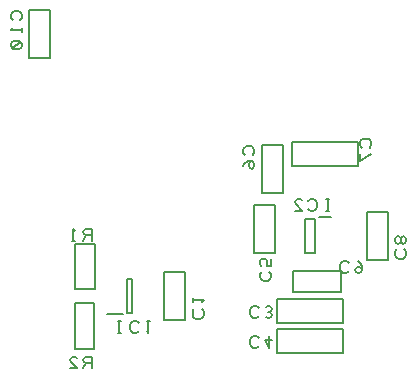
<source format=gbr>
G04 Easy-PC Gerber Version 25.0 Build 5877*
G04 #@! TF.Part,Single*
G04 #@! TF.FileFunction,Legend,Bot*
G04 #@! TF.FilePolarity,Positive*
%FSLAX35Y35*%
%MOIN*%
%ADD19C,0.00500*%
%ADD18C,0.00787*%
G04 #@! TD.AperFunction*
X0Y0D02*
D02*
D18*
X97573Y209344D02*
X103085D01*
X104463Y209541D02*
X106037D01*
Y220959D01*
X104463D01*
Y209541D01*
X166923Y240959D02*
X163577D01*
Y229541D01*
X166923D01*
Y240959D01*
X172435Y241451D02*
X168301D01*
D02*
D19*
X68687Y307125D02*
X69000Y307437D01*
X69313Y308063D01*
Y309000D01*
X69000Y309625D01*
X68687Y309937D01*
X68063Y310250D01*
X66813D01*
X66187Y309937D01*
X65875Y309625D01*
X65563Y309000D01*
Y308063D01*
X65875Y307437D01*
X66187Y307125D01*
X69313Y304625D02*
Y303375D01*
Y304000D02*
X65563D01*
X66187Y304625D01*
X69000Y299937D02*
X69313Y299313D01*
Y298687D01*
X69000Y298063D01*
X68375Y297750D01*
X66500D01*
X65875Y298063D01*
X65563Y298687D01*
Y299313D01*
X65875Y299937D01*
X66500Y300250D01*
X68375D01*
X69000Y299937D01*
X65875Y298063D01*
X78750Y310750D02*
Y294750D01*
X71750D01*
Y310750D01*
X78750D01*
X87150Y217550D02*
Y232750D01*
X93550D01*
Y217550D01*
X87150D01*
X92750Y191187D02*
Y194937D01*
X90563D01*
X89937Y194625D01*
X89625Y194000D01*
X89937Y193375D01*
X90563Y193063D01*
X92750D01*
X90563D02*
X89625Y191187D01*
X85250D02*
X87750D01*
X85563Y193375D01*
X85250Y194000D01*
X85563Y194625D01*
X86187Y194937D01*
X87125D01*
X87750Y194625D01*
X92750Y233687D02*
Y237437D01*
X90563D01*
X89937Y237125D01*
X89625Y236500D01*
X89937Y235875D01*
X90563Y235563D01*
X92750D01*
X90563D02*
X89625Y233687D01*
X87125D02*
X85875D01*
X86500D02*
Y237437D01*
X87125Y236813D01*
X93350Y212950D02*
Y197750D01*
X86950D01*
Y212950D01*
X93350D01*
X101187Y206813D02*
X102437D01*
X101813D02*
Y203063D01*
X101187D02*
X102437D01*
X108375Y206187D02*
X108063Y206500D01*
X107437Y206813D01*
X106500D01*
X105875Y206500D01*
X105563Y206187D01*
X105250Y205563D01*
Y204313D01*
X105563Y203687D01*
X105875Y203375D01*
X106500Y203063D01*
X107437D01*
X108063Y203375D01*
X108375Y203687D01*
X110875Y206813D02*
X112125D01*
X111500D02*
Y203063D01*
X110875Y203687D01*
X116750Y207250D02*
Y223250D01*
X123750D01*
Y207250D01*
X116750D01*
X126813Y210875D02*
X126500Y210563D01*
X126187Y209937D01*
Y209000D01*
X126500Y208375D01*
X126813Y208063D01*
X127437Y207750D01*
X128687D01*
X129313Y208063D01*
X129625Y208375D01*
X129937Y209000D01*
Y209937D01*
X129625Y210563D01*
X129313Y210875D01*
X126187Y213375D02*
Y214625D01*
Y214000D02*
X129937D01*
X129313Y213375D01*
X148375Y201187D02*
X148063Y201500D01*
X147437Y201813D01*
X146500D01*
X145875Y201500D01*
X145563Y201187D01*
X145250Y200563D01*
Y199313D01*
X145563Y198687D01*
X145875Y198375D01*
X146500Y198063D01*
X147437D01*
X148063Y198375D01*
X148375Y198687D01*
X151813Y201813D02*
Y198063D01*
X150250Y200563D01*
X152750D01*
X148375Y211187D02*
X148063Y211500D01*
X147437Y211813D01*
X146500D01*
X145875Y211500D01*
X145563Y211187D01*
X145250Y210563D01*
Y209313D01*
X145563Y208687D01*
X145875Y208375D01*
X146500Y208063D01*
X147437D01*
X148063Y208375D01*
X148375Y208687D01*
X150563Y211500D02*
X151187Y211813D01*
X151813D01*
X152437Y211500D01*
X152750Y210875D01*
X152437Y210250D01*
X151813Y209937D01*
X151187D01*
X151813D02*
X152437Y209625D01*
X152750Y209000D01*
X152437Y208375D01*
X151813Y208063D01*
X151187D01*
X150563Y208375D01*
X146750Y229750D02*
Y245750D01*
X153750D01*
Y229750D01*
X146750D01*
X149313Y223375D02*
X149000Y223063D01*
X148687Y222437D01*
Y221500D01*
X149000Y220875D01*
X149313Y220563D01*
X149937Y220250D01*
X151187D01*
X151813Y220563D01*
X152125Y220875D01*
X152437Y221500D01*
Y222437D01*
X152125Y223063D01*
X151813Y223375D01*
X149000Y225250D02*
X148687Y225875D01*
Y226813D01*
X149000Y227437D01*
X149625Y227750D01*
X149937D01*
X150563Y227437D01*
X150875Y226813D01*
Y225250D01*
X152437D01*
Y227750D01*
X146187Y262125D02*
X146500Y262437D01*
X146813Y263063D01*
Y264000D01*
X146500Y264625D01*
X146187Y264937D01*
X145563Y265250D01*
X144313D01*
X143687Y264937D01*
X143375Y264625D01*
X143063Y264000D01*
Y263063D01*
X143375Y262437D01*
X143687Y262125D01*
X145875Y260250D02*
X145250Y259937D01*
X144937Y259313D01*
Y258687D01*
X145250Y258063D01*
X145875Y257750D01*
X146500Y258063D01*
X146813Y258687D01*
Y259313D01*
X146500Y259937D01*
X145875Y260250D01*
X144937D01*
X144000Y259937D01*
X143375Y259313D01*
X143063Y258687D01*
X154250Y204250D02*
X176250D01*
Y196250D01*
X154250D01*
Y204250D01*
Y214250D02*
X176250D01*
Y206250D01*
X154250D01*
Y214250D01*
X156250Y265750D02*
Y249750D01*
X149250D01*
Y265750D01*
X156250D01*
X159250Y266750D02*
X181250D01*
Y258750D01*
X159250D01*
Y266750D01*
X159750Y223750D02*
X175750D01*
Y216750D01*
X159750D01*
Y223750D01*
X171813Y243687D02*
X170563D01*
X171187D02*
Y247437D01*
X171813D02*
X170563D01*
X164625Y244313D02*
X164937Y244000D01*
X165563Y243687D01*
X166500D01*
X167125Y244000D01*
X167437Y244313D01*
X167750Y244937D01*
Y246187D01*
X167437Y246813D01*
X167125Y247125D01*
X166500Y247437D01*
X165563D01*
X164937Y247125D01*
X164625Y246813D01*
X160250Y243687D02*
X162750D01*
X160563Y245875D01*
X160250Y246500D01*
X160563Y247125D01*
X161187Y247437D01*
X162125D01*
X162750Y247125D01*
X178375Y226187D02*
X178063Y226500D01*
X177437Y226813D01*
X176500D01*
X175875Y226500D01*
X175563Y226187D01*
X175250Y225563D01*
Y224313D01*
X175563Y223687D01*
X175875Y223375D01*
X176500Y223063D01*
X177437D01*
X178063Y223375D01*
X178375Y223687D01*
X181187Y226813D02*
X181813Y226500D01*
X182437Y225875D01*
X182750Y224937D01*
Y224000D01*
X182437Y223375D01*
X181813Y223063D01*
X181187D01*
X180563Y223375D01*
X180250Y224000D01*
X180563Y224625D01*
X181187Y224937D01*
X181813D01*
X182437Y224625D01*
X182750Y224000D01*
X184250Y227250D02*
Y243250D01*
X191250D01*
Y227250D01*
X184250D01*
X185187Y264625D02*
X185500Y264937D01*
X185813Y265563D01*
Y266500D01*
X185500Y267125D01*
X185187Y267437D01*
X184563Y267750D01*
X183313D01*
X182687Y267437D01*
X182375Y267125D01*
X182063Y266500D01*
Y265563D01*
X182375Y264937D01*
X182687Y264625D01*
X185813Y262750D02*
X182063Y260250D01*
Y262750D01*
X194313Y230875D02*
X194000Y230563D01*
X193687Y229937D01*
Y229000D01*
X194000Y228375D01*
X194313Y228063D01*
X194937Y227750D01*
X196187D01*
X196813Y228063D01*
X197125Y228375D01*
X197437Y229000D01*
Y229937D01*
X197125Y230563D01*
X196813Y230875D01*
X195563Y233687D02*
Y234313D01*
X195875Y234937D01*
X196500Y235250D01*
X197125Y234937D01*
X197437Y234313D01*
Y233687D01*
X197125Y233063D01*
X196500Y232750D01*
X195875Y233063D01*
X195563Y233687D01*
X195250Y233063D01*
X194625Y232750D01*
X194000Y233063D01*
X193687Y233687D01*
Y234313D01*
X194000Y234937D01*
X194625Y235250D01*
X195250Y234937D01*
X195563Y234313D01*
X0Y0D02*
M02*

</source>
